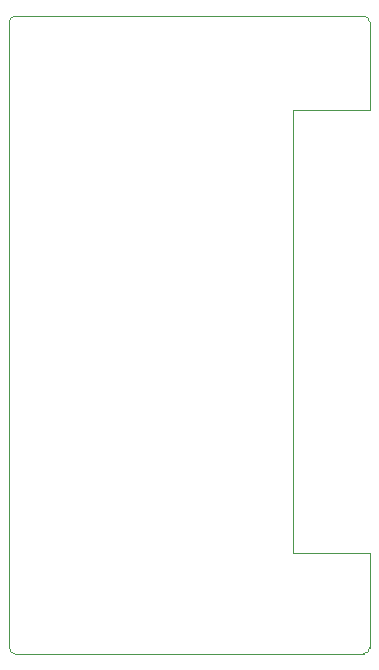
<source format=gm1>
%TF.GenerationSoftware,KiCad,Pcbnew,8.0.8*%
%TF.CreationDate,2025-02-11T08:07:39+05:30*%
%TF.ProjectId,bread_board_PS,62726561-645f-4626-9f61-72645f50532e,v0.1*%
%TF.SameCoordinates,Original*%
%TF.FileFunction,Profile,NP*%
%FSLAX46Y46*%
G04 Gerber Fmt 4.6, Leading zero omitted, Abs format (unit mm)*
G04 Created by KiCad (PCBNEW 8.0.8) date 2025-02-11 08:07:39*
%MOMM*%
%LPD*%
G01*
G04 APERTURE LIST*
%TA.AperFunction,Profile*%
%ADD10C,0.050000*%
%TD*%
G04 APERTURE END LIST*
D10*
X157500000Y-25500000D02*
G75*
G02*
X158000000Y-26000000I0J-500000D01*
G01*
X157500000Y-25500000D02*
X128000000Y-25500000D01*
X128000000Y-79500000D02*
X157500000Y-79500000D01*
X128000000Y-79500000D02*
G75*
G02*
X127500000Y-79000000I0J500000D01*
G01*
X158000000Y-33500000D02*
X158000000Y-26000000D01*
X158000000Y-79000000D02*
G75*
G02*
X157500000Y-79500000I-500000J0D01*
G01*
X127500000Y-26000000D02*
X127500000Y-79000000D01*
X158000000Y-79000000D02*
X158000000Y-71000000D01*
X158000000Y-71000000D02*
X151500000Y-71000000D01*
X127500000Y-26000000D02*
G75*
G02*
X128000000Y-25500000I500000J0D01*
G01*
X151500000Y-33500000D02*
X158000000Y-33500000D01*
X151500000Y-71000000D02*
X151500000Y-33500000D01*
M02*

</source>
